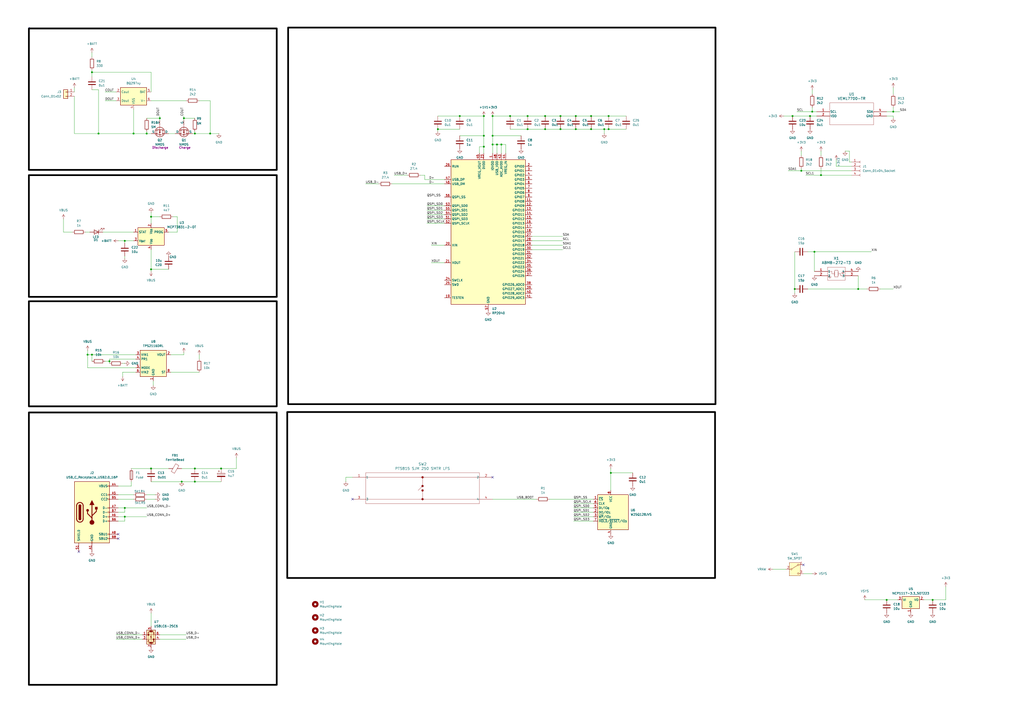
<source format=kicad_sch>
(kicad_sch (version 20250114) (generator "eeschema") (generator_version "9.0")
  (paper "A2")
  (rectangle (start 16.764 239.268) (end 160.528 397.256) (stroke (width 1) (color 0 0 0 1)))
  (rectangle (start 16.764 174.752) (end 160.528 235.712) (stroke (width 1) (color 0 0 0 1)))
  (rectangle (start 16.764 101.6) (end 160.528 172.212) (stroke (width 1) (color 0 0 0 1)))
  (rectangle (start 166.624 239.014) (end 414.782 335.28) (stroke (width 1) (color 0 0 0 1)))
  (rectangle (start 167.132 16.002) (end 415.036 234.442) (stroke (width 1) (color 0 0 0 1)))
  (rectangle (start 16.764 16.51) (end 160.528 98.552) (stroke (width 1) (color 0 0 0 1)))
  (rectangle (start 16.764 15.748) (end 17.272 15.748))
  (junction (at 306.07 67.31))
  (junction (at 121.92 77.47))
  (junction (at 334.01 67.31))
  (junction (at 290.83 83.82))
  (junction (at 87.63 156.21))
  (junction (at 353.06 67.31))
  (junction (at 469.9 67.31))
  (junction (at 72.39 139.7))
  (junction (at 325.12 74.93))
  (junction (at 334.01 74.93))
  (junction (at 353.06 74.93))
  (junction (at 288.29 83.82))
  (junction (at 53.34 205.74))
  (junction (at 541.02 347.98))
  (junction (at 113.03 77.47))
  (junction (at 92.71 68.58))
  (junction (at 285.75 83.82))
  (junction (at 87.63 271.78))
  (junction (at 497.84 167.64))
  (junction (at 72.39 299.72))
  (junction (at 128.27 271.78))
  (junction (at 85.09 77.47))
  (junction (at 113.03 271.78))
  (junction (at 53.34 41.91))
  (junction (at 280.67 78.74))
  (junction (at 471.17 64.77))
  (junction (at 254 74.93))
  (junction (at 72.39 294.64))
  (junction (at 295.91 67.31))
  (junction (at 461.01 167.64))
  (junction (at 285.75 67.31))
  (junction (at 87.63 125.73))
  (junction (at 106.68 68.58))
  (junction (at 113.03 279.4))
  (junction (at 325.12 67.31))
  (junction (at 266.7 67.31))
  (junction (at 350.52 74.93))
  (junction (at 518.16 64.77))
  (junction (at 105.41 279.4))
  (junction (at 476.25 101.6))
  (junction (at 285.75 78.74))
  (junction (at 77.47 77.47))
  (junction (at 316.23 67.31))
  (junction (at 459.74 67.31))
  (junction (at 342.9 74.93))
  (junction (at 306.07 74.93))
  (junction (at 57.15 77.47))
  (junction (at 514.35 347.98))
  (junction (at 63.5 209.55))
  (junction (at 280.67 85.09))
  (junction (at 342.9 67.31))
  (junction (at 472.44 146.05))
  (junction (at 316.23 74.93))
  (junction (at 50.8 205.74))
  (junction (at 354.33 274.32))
  (junction (at 464.82 99.06))
  (junction (at 280.67 67.31))
  (no_connect (at 45.72 320.04))
  (no_connect (at 68.58 312.42))
  (no_connect (at 68.58 309.88))
  (no_connect (at 466.09 327.66))
  (no_connect (at 204.47 289.56))
  (no_connect (at 285.75 276.86))
  (wire (pts (xy 97.79 156.21) (xy 87.63 156.21)))
  (wire (pts (xy 280.67 88.9) (xy 280.67 85.09)))
  (wire (pts (xy 72.39 139.7) (xy 77.47 139.7)))
  (wire (pts (xy 497.84 167.64) (xy 502.92 167.64)))
  (wire (pts (xy 246.38 101.6) (xy 246.38 104.14)))
  (wire (pts (xy 53.34 41.91) (xy 87.63 41.91)))
  (wire (pts (xy 285.75 78.74) (xy 302.26 78.74)))
  (wire (pts (xy 87.63 157.48) (xy 87.63 156.21)))
  (wire (pts (xy 92.71 368.3) (xy 107.95 368.3)))
  (wire (pts (xy 285.75 83.82) (xy 288.29 83.82)))
  (wire (pts (xy 306.07 74.93) (xy 316.23 74.93)))
  (wire (pts (xy 461.01 167.64) (xy 461.01 170.18)))
  (wire (pts (xy 290.83 88.9) (xy 290.83 83.82)))
  (wire (pts (xy 50.8 203.2) (xy 50.8 205.74)))
  (wire (pts (xy 115.57 205.74) (xy 115.57 208.28)))
  (wire (pts (xy 50.8 213.36) (xy 78.74 213.36)))
  (wire (pts (xy 121.92 77.47) (xy 113.03 77.47)))
  (wire (pts (xy 266.7 67.31) (xy 254 67.31)))
  (wire (pts (xy 228.6 101.6) (xy 236.22 101.6)))
  (wire (pts (xy 476.25 87.63) (xy 476.25 90.17)))
  (wire (pts (xy 53.34 205.74) (xy 78.74 205.74)))
  (wire (pts (xy 106.68 204.47) (xy 106.68 205.74)))
  (wire (pts (xy 316.23 67.31) (xy 325.12 67.31)))
  (wire (pts (xy 462.28 64.77) (xy 471.17 64.77)))
  (wire (pts (xy 280.67 67.31) (xy 266.7 67.31)))
  (wire (pts (xy 548.64 340.36) (xy 548.64 347.98)))
  (wire (pts (xy 308.61 139.7) (xy 326.39 139.7)))
  (wire (pts (xy 497.84 160.02) (xy 497.84 167.64)))
  (wire (pts (xy 485.14 96.52) (xy 494.03 96.52)))
  (wire (pts (xy 350.52 74.93) (xy 353.06 74.93)))
  (wire (pts (xy 68.58 139.7) (xy 72.39 139.7)))
  (wire (pts (xy 247.65 127) (xy 257.81 127)))
  (wire (pts (xy 308.61 137.16) (xy 326.39 137.16)))
  (wire (pts (xy 332.74 297.18) (xy 344.17 297.18)))
  (wire (pts (xy 68.58 287.02) (xy 77.47 287.02)))
  (wire (pts (xy 72.39 297.18) (xy 72.39 294.64)))
  (wire (pts (xy 63.5 209.55) (xy 63.5 210.82)))
  (wire (pts (xy 278.13 88.9) (xy 278.13 85.09)))
  (wire (pts (xy 87.63 144.78) (xy 87.63 156.21)))
  (wire (pts (xy 87.63 355.6) (xy 87.63 363.22)))
  (wire (pts (xy 57.15 52.07) (xy 57.15 77.47)))
  (wire (pts (xy 295.91 74.93) (xy 306.07 74.93)))
  (wire (pts (xy 59.69 134.62) (xy 77.47 134.62)))
  (wire (pts (xy 78.74 208.28) (xy 63.5 208.28)))
  (wire (pts (xy 87.63 58.42) (xy 107.95 58.42)))
  (wire (pts (xy 68.58 299.72) (xy 72.39 299.72)))
  (wire (pts (xy 471.17 52.07) (xy 471.17 54.61)))
  (wire (pts (xy 60.96 209.55) (xy 63.5 209.55)))
  (wire (pts (xy 200.66 276.86) (xy 200.66 279.4)))
  (wire (pts (xy 353.06 74.93) (xy 363.22 74.93)))
  (wire (pts (xy 518.16 67.31) (xy 518.16 68.58)))
  (wire (pts (xy 92.71 68.58) (xy 85.09 68.58)))
  (wire (pts (xy 254 74.93) (xy 254 76.2)))
  (wire (pts (xy 102.87 134.62) (xy 102.87 125.73)))
  (wire (pts (xy 53.34 41.91) (xy 53.34 44.45)))
  (wire (pts (xy 68.58 289.56) (xy 77.47 289.56)))
  (wire (pts (xy 36.83 134.62) (xy 41.91 134.62)))
  (wire (pts (xy 87.63 125.73) (xy 92.71 125.73)))
  (wire (pts (xy 87.63 41.91) (xy 87.63 53.34)))
  (wire (pts (xy 128.27 271.78) (xy 137.16 271.78)))
  (wire (pts (xy 308.61 142.24) (xy 326.39 142.24)))
  (wire (pts (xy 204.47 276.86) (xy 200.66 276.86)))
  (wire (pts (xy 457.2 99.06) (xy 464.82 99.06)))
  (wire (pts (xy 514.35 347.98) (xy 520.7 347.98)))
  (wire (pts (xy 87.63 77.47) (xy 85.09 77.47)))
  (wire (pts (xy 88.9 220.98) (xy 88.9 223.52)))
  (wire (pts (xy 87.63 279.4) (xy 105.41 279.4)))
  (wire (pts (xy 67.31 370.84) (xy 82.55 370.84)))
  (wire (pts (xy 250.19 152.4) (xy 257.81 152.4)))
  (wire (pts (xy 50.8 213.36) (xy 50.8 205.74)))
  (wire (pts (xy 492.76 87.63) (xy 490.22 87.63)))
  (wire (pts (xy 354.33 271.78) (xy 354.33 274.32)))
  (wire (pts (xy 67.31 58.42) (xy 60.96 58.42)))
  (wire (pts (xy 49.53 134.62) (xy 52.07 134.62)))
  (wire (pts (xy 332.74 294.64) (xy 344.17 294.64)))
  (wire (pts (xy 97.79 77.47) (xy 101.6 77.47)))
  (wire (pts (xy 105.41 271.78) (xy 113.03 271.78)))
  (wire (pts (xy 492.76 93.98) (xy 494.03 93.98)))
  (wire (pts (xy 466.09 332.74) (xy 471.17 332.74)))
  (wire (pts (xy 454.66 67.31) (xy 459.74 67.31)))
  (wire (pts (xy 476.25 101.6) (xy 494.03 101.6)))
  (wire (pts (xy 113.03 271.78) (xy 128.27 271.78)))
  (wire (pts (xy 106.68 67.31) (xy 106.68 68.58)))
  (wire (pts (xy 85.09 76.2) (xy 85.09 77.47)))
  (wire (pts (xy 121.92 58.42) (xy 121.92 77.47)))
  (wire (pts (xy 43.18 77.47) (xy 57.15 77.47)))
  (wire (pts (xy 468.63 146.05) (xy 472.44 146.05)))
  (wire (pts (xy 36.83 127) (xy 36.83 134.62)))
  (wire (pts (xy 102.87 125.73) (xy 100.33 125.73)))
  (wire (pts (xy 501.65 347.98) (xy 514.35 347.98)))
  (wire (pts (xy 280.67 78.74) (xy 280.67 85.09)))
  (wire (pts (xy 518.16 62.23) (xy 518.16 64.77)))
  (wire (pts (xy 76.2 271.78) (xy 87.63 271.78)))
  (wire (pts (xy 247.65 119.38) (xy 257.81 119.38)))
  (wire (pts (xy 212.09 106.68) (xy 219.71 106.68)))
  (wire (pts (xy 92.71 67.31) (xy 92.71 68.58)))
  (wire (pts (xy 68.58 281.94) (xy 76.2 281.94)))
  (wire (pts (xy 57.15 52.07) (xy 53.34 52.07)))
  (wire (pts (xy 461.01 146.05) (xy 461.01 167.64)))
  (wire (pts (xy 246.38 104.14) (xy 257.81 104.14)))
  (wire (pts (xy 113.03 279.4) (xy 128.27 279.4)))
  (wire (pts (xy 113.03 76.2) (xy 113.03 77.47)))
  (wire (pts (xy 72.39 299.72) (xy 85.09 299.72)))
  (wire (pts (xy 115.57 58.42) (xy 121.92 58.42)))
  (wire (pts (xy 250.19 142.24) (xy 257.81 142.24)))
  (wire (pts (xy 87.63 123.19) (xy 87.63 125.73)))
  (wire (pts (xy 471.17 64.77) (xy 473.71 64.77)))
  (wire (pts (xy 76.2 281.94) (xy 76.2 279.4)))
  (wire (pts (xy 316.23 74.93) (xy 325.12 74.93)))
  (wire (pts (xy 254 74.93) (xy 266.7 74.93)))
  (wire (pts (xy 68.58 302.26) (xy 72.39 302.26)))
  (wire (pts (xy 43.18 77.47) (xy 43.18 55.88)))
  (wire (pts (xy 535.94 347.98) (xy 541.02 347.98)))
  (wire (pts (xy 63.5 208.28) (xy 63.5 209.55)))
  (wire (pts (xy 469.9 67.31) (xy 473.71 67.31)))
  (wire (pts (xy 85.09 287.02) (xy 90.17 287.02)))
  (wire (pts (xy 72.39 294.64) (xy 85.09 294.64)))
  (wire (pts (xy 468.63 167.64) (xy 497.84 167.64)))
  (wire (pts (xy 137.16 265.43) (xy 137.16 271.78)))
  (wire (pts (xy 106.68 68.58) (xy 106.68 69.85)))
  (wire (pts (xy 464.82 97.79) (xy 464.82 99.06)))
  (wire (pts (xy 354.33 274.32) (xy 354.33 284.48)))
  (wire (pts (xy 285.75 88.9) (xy 285.75 83.82)))
  (wire (pts (xy 99.06 215.9) (xy 115.57 215.9)))
  (wire (pts (xy 280.67 78.74) (xy 280.67 67.31)))
  (wire (pts (xy 121.92 77.47) (xy 127 77.47)))
  (wire (pts (xy 53.34 40.64) (xy 53.34 41.91)))
  (wire (pts (xy 332.74 299.72) (xy 344.17 299.72)))
  (wire (pts (xy 85.09 289.56) (xy 90.17 289.56)))
  (wire (pts (xy 278.13 85.09) (xy 280.67 85.09)))
  (wire (pts (xy 448.31 330.2) (xy 455.93 330.2)))
  (wire (pts (xy 288.29 88.9) (xy 288.29 83.82)))
  (wire (pts (xy 53.34 30.48) (xy 53.34 33.02)))
  (wire (pts (xy 71.12 215.9) (xy 78.74 215.9)))
  (wire (pts (xy 467.36 101.6) (xy 476.25 101.6)))
  (wire (pts (xy 332.74 292.1) (xy 344.17 292.1)))
  (wire (pts (xy 71.12 210.82) (xy 72.39 210.82)))
  (wire (pts (xy 72.39 302.26) (xy 72.39 299.72)))
  (wire (pts (xy 285.75 289.56) (xy 311.15 289.56)))
  (wire (pts (xy 50.8 205.74) (xy 53.34 205.74)))
  (wire (pts (xy 68.58 297.18) (xy 72.39 297.18)))
  (wire (pts (xy 334.01 67.31) (xy 342.9 67.31)))
  (wire (pts (xy 459.74 67.31) (xy 469.9 67.31)))
  (wire (pts (xy 518.16 50.8) (xy 518.16 54.61)))
  (wire (pts (xy 464.82 99.06) (xy 494.03 99.06)))
  (wire (pts (xy 57.15 77.47) (xy 77.47 77.47)))
  (wire (pts (xy 227.33 106.68) (xy 257.81 106.68)))
  (wire (pts (xy 87.63 271.78) (xy 97.79 271.78)))
  (wire (pts (xy 285.75 83.82) (xy 285.75 78.74)))
  (wire (pts (xy 325.12 67.31) (xy 334.01 67.31)))
  (wire (pts (xy 67.31 368.3) (xy 82.55 368.3)))
  (wire (pts (xy 72.39 139.7) (xy 72.39 140.97)))
  (wire (pts (xy 68.58 294.64) (xy 72.39 294.64)))
  (wire (pts (xy 334.01 74.93) (xy 342.9 74.93)))
  (wire (pts (xy 113.03 68.58) (xy 106.68 68.58)))
  (wire (pts (xy 510.54 167.64) (xy 518.16 167.64)))
  (wire (pts (xy 342.9 67.31) (xy 353.06 67.31)))
  (wire (pts (xy 243.84 101.6) (xy 246.38 101.6)))
  (wire (pts (xy 325.12 74.93) (xy 334.01 74.93)))
  (wire (pts (xy 285.75 67.31) (xy 295.91 67.31)))
  (wire (pts (xy 492.76 87.63) (xy 492.76 93.98)))
  (wire (pts (xy 113.03 77.47) (xy 111.76 77.47)))
  (wire (pts (xy 43.18 50.8) (xy 43.18 53.34)))
  (wire (pts (xy 288.29 83.82) (xy 290.83 83.82)))
  (wire (pts (xy 285.75 78.74) (xy 285.75 67.31)))
  (wire (pts (xy 308.61 144.78) (xy 326.39 144.78)))
  (wire (pts (xy 293.37 88.9) (xy 293.37 83.82)))
  (wire (pts (xy 514.35 67.31) (xy 518.16 67.31)))
  (wire (pts (xy 471.17 62.23) (xy 471.17 64.77)))
  (wire (pts (xy 476.25 97.79) (xy 476.25 101.6)))
  (wire (pts (xy 247.65 124.46) (xy 257.81 124.46)))
  (wire (pts (xy 318.77 289.56) (xy 344.17 289.56)))
  (wire (pts (xy 306.07 67.31) (xy 316.23 67.31)))
  (wire (pts (xy 71.12 218.44) (xy 71.12 215.9)))
  (wire (pts (xy 472.44 146.05) (xy 472.44 157.48)))
  (wire (pts (xy 77.47 63.5) (xy 77.47 77.47)))
  (wire (pts (xy 53.34 205.74) (xy 53.34 209.55)))
  (wire (pts (xy 354.33 274.32) (xy 367.03 274.32)))
  (wire (pts (xy 332.74 302.26) (xy 344.17 302.26)))
  (wire (pts (xy 60.96 53.34) (xy 67.31 53.34)))
  (wire (pts (xy 295.91 67.31) (xy 306.07 67.31)))
  (wire (pts (xy 464.82 87.63) (xy 464.82 90.17)))
  (wire (pts (xy 342.9 74.93) (xy 350.52 74.93)))
  (wire (pts (xy 99.06 205.74) (xy 106.68 205.74)))
  (wire (pts (xy 290.83 83.82) (xy 293.37 83.82)))
  (wire (pts (xy 247.65 129.54) (xy 257.81 129.54)))
  (wire (pts (xy 97.79 134.62) (xy 102.87 134.62)))
  (wire (pts (xy 518.16 64.77) (xy 521.97 64.77)))
  (wire (pts (xy 247.65 121.92) (xy 257.81 121.92)))
  (wire (pts (xy 485.14 92.71) (xy 485.14 96.52)))
  (wire (pts (xy 92.71 370.84) (xy 107.95 370.84)))
  (wire (pts (xy 77.47 77.47) (xy 85.09 77.47)))
  (wire (pts (xy 353.06 67.31) (xy 363.22 67.31)))
  (wire (pts (xy 92.71 68.58) (xy 92.71 69.85)))
  (wire (pts (xy 350.52 74.93) (xy 350.52 77.47)))
  (wire (pts (xy 541.02 347.98) (xy 548.64 347.98)))
  (wire (pts (xy 472.44 146.05) (xy 505.46 146.05)))
  (wire (pts (xy 514.35 64.77) (xy 518.16 64.77)))
  (wire (pts (xy 87.63 125.73) (xy 87.63 129.54)))
  (wire (pts (xy 266.7 78.74) (xy 280.67 78.74)))
  (wire (pts (xy 105.41 279.4) (xy 113.03 279.4)))
  (wire (pts (xy 72.39 148.59) (xy 72.39 149.86)))
  (label "XOUT" (at 518.16 167.64 0))
  (label "DOUT" (at 92.71 67.31 90))
  (label "D-" (at 248.92 106.68 0))
  (label "USB_CONN_D-" (at 85.09 294.64 0))
  (label "QSPI_SD2" (at 332.74 299.72 0))
  (label "COUT" (at 106.68 67.31 90))
  (label "QSPI_SS" (at 332.74 289.56 0))
  (label "QSPI_SCLK" (at 247.65 129.54 0))
  (label "XIN" (at 250.19 142.24 0))
  (label "SCL" (at 326.39 139.7 0))
  (label "SCL" (at 462.28 64.77 0))
  (label "XIN" (at 505.46 146.05 0))
  (label "USB_D-" (at 107.95 368.3 0))
  (label "USB_CONN_D+" (at 67.31 370.84 0))
  (label "DOUT" (at 60.96 58.42 0))
  (label "QSPI_SD1" (at 247.65 121.92 0))
  (label "COUT" (at 60.96 53.34 0))
  (label "SDA1" (at 457.2 99.06 0))
  (label "QSPI_SS" (at 247.65 114.3 0))
  (label "SDA" (at 521.97 64.77 0))
  (label "SDA" (at 326.39 137.16 0))
  (label "QSPI_SD2" (at 247.65 124.46 0))
  (label "SDA1" (at 326.39 142.24 0))
  (label "D+" (at 248.92 104.14 0))
  (label "USB_D+" (at 107.95 370.84 0))
  (label "USB_CONN_D-" (at 67.31 368.3 0))
  (label "USB_BOOT" (at 299.72 289.56 0))
  (label "QSPI_SD0" (at 332.74 294.64 0))
  (label "XOUT" (at 250.19 152.4 0))
  (label "QSPI_SD3" (at 247.65 127 0))
  (label "USB_D-" (at 212.09 106.68 0))
  (label "QSPI_SD0" (at 247.65 119.38 0))
  (label "SCL1" (at 467.36 101.6 0))
  (label "QSPI_SCLK" (at 332.74 292.1 0))
  (label "QSPI_SD1" (at 332.74 297.18 0))
  (label "SCL1" (at 326.39 144.78 0))
  (label "USB_CONN_D+" (at 85.09 299.72 0))
  (label "USB_D+" (at 228.6 101.6 0))
  (label "QSPI_SD3" (at 332.74 302.26 0))
  (symbol (lib_id "power:VBUS") (at 448.31 330.2 90) (unit 1)
    (property "Reference" "#PWR047" (effects (hide yes)))
    (property "Value" "VRAW" (at 444.5 330.1999 90) (effects (justify left)))
    (property "Description" "Power symbol creates a global label with name \"VBUS\"" (effects (hide yes)))
  )
  (symbol (lib_id "Connector:USB_C_Receptacle_USB2.0_16P") (at 53.34 297.18 0) (unit 1)
    (property "Reference" "J2" (at 53.34 274.32 0))
    (property "Value" "USB_C_Receptacle_USB2.0_16P" (at 53.34 276.86 0))
    (property "Footprint" "Connector_USB:USB_C_Receptacle_GCT_USB4085" (effects (hide yes)))
    (property "Datasheet" "https://www.usb.org/sites/default/files/documents/usb_type-c.zip" (effects (hide yes)))
    (property "Description" "USB 2.0-only 16P Type-C Receptacle connector" (effects (hide yes)))
    (property "Part Number" "2073-USB4085-GF-ATR-ND" (effects (hide yes)))
  )
  (symbol (lib_id "Device:R") (at 85.09 72.39 0) (mirror y) (unit 1)
    (property "Reference" "R10" (at 87.63 71.1199 0) (effects (justify right)))
    (property "Value" "5M" (at 87.63 73.6599 0) (effects (justify right)))
    (property "Footprint" "Resistor_SMD:R_0402_1005Metric" (effects (hide yes)))
    (property "Description" "Resistor" (effects (hide yes)))
  )
  (symbol (lib_id "Device:C_Polarized") (at 128.27 275.59 0) (unit 1)
    (property "Reference" "C15" (at 132.08 273.4309 0) (effects (justify left)))
    (property "Value" "4u7" (at 132.08 275.9709 0) (effects (justify left)))
    (property "Footprint" "Capacitor_SMD:CP_Elec_4x5.7" (effects (hide yes)))
    (property "Description" "Polarized capacitor" (effects (hide yes)))
  )
  (symbol (lib_id "Device:R") (at 240.03 101.6 90) (unit 1)
    (property "Reference" "R2" (at 240.03 95.25 90))
    (property "Value" "27.4" (at 240.03 97.79 90))
    (property "Footprint" "Resistor_SMD:R_0402_1005Metric" (effects (hide yes)))
    (property "Description" "Resistor" (effects (hide yes)))
  )
  (symbol (lib_id "power:VBUS") (at 87.63 157.48 180) (unit 1)
    (property "Reference" "#PWR027" (effects (hide yes)))
    (property "Value" "VBUS" (at 87.63 162.56 0))
    (property "Description" "Power symbol creates a global label with name \"VBUS\"" (effects (hide yes)))
  )
  (symbol (lib_id "Device:C") (at 469.9 71.12 0) (unit 1)
    (property "Reference" "C24" (at 473.71 69.8499 0) (effects (justify left)))
    (property "Value" "0u1" (at 473.71 72.3899 0) (effects (justify left)))
    (property "Footprint" "Capacitor_SMD:C_0402_1005Metric" (effects (hide yes)))
    (property "Description" "Unpolarized capacitor" (effects (hide yes)))
  )
  (symbol (lib_id "Device:R") (at 506.73 167.64 90) (unit 1)
    (property "Reference" "R6" (at 506.73 161.29 90))
    (property "Value" "1k" (at 506.73 163.83 90))
    (property "Footprint" "Resistor_SMD:R_0402_1005Metric" (effects (hide yes)))
    (property "Description" "Resistor" (effects (hide yes)))
  )
  (symbol (lib_id "Device:R") (at 113.03 72.39 0) (unit 1)
    (property "Reference" "R9" (at 114.046 68.834 0) (effects (justify left)))
    (property "Value" "5M" (at 114.046 71.628 0) (effects (justify left)))
    (property "Footprint" "Resistor_SMD:R_0402_1005Metric" (effects (hide yes)))
    (property "Description" "Resistor" (effects (hide yes)))
  )
  (symbol (lib_id "Device:C") (at 464.82 146.05 90) (unit 1)
    (property "Reference" "C16" (at 464.82 138.43 90))
    (property "Value" "15p" (at 464.82 140.97 90))
    (property "Footprint" "Capacitor_SMD:C_0402_1005Metric" (effects (hide yes)))
    (property "Description" "Unpolarized capacitor" (effects (hide yes)))
  )
  (symbol (lib_id "Device:C") (at 306.07 71.12 0) (unit 1)
    (property "Reference" "C2" (at 309.88 69.8499 0) (effects (justify left)))
    (property "Value" "0u1" (at 309.88 72.3899 0) (effects (justify left)))
    (property "Footprint" "Capacitor_SMD:C_0402_1005Metric" (effects (hide yes)))
    (property "Description" "Unpolarized capacitor" (effects (hide yes)))
  )
  (symbol (lib_id "Power_Protection:USBLC6-2SC6") (at 87.63 368.3 0) (unit 1)
    (property "Reference" "U7" (at 89.2811 360.68 0) (effects (justify left)))
    (property "Value" "USBLC6-2SC6" (at 89.2811 363.22 0) (effects (justify left)))
    (property "Footprint" "Package_TO_SOT_SMD:SOT-23-6" (effects (hide yes)))
    (property "Datasheet" "https://www.st.com/resource/en/datasheet/usblc6-2.pdf" (effects (hide yes)))
    (property "Description" "Very low capacitance ESD protection diode, 2 data-line, SOT-23-6" (effects (hide yes)))
    (property "Part" "https://www.digikey.com/en/products/detail/stmicroelectronics/USBLC6-2SC6/1040559" (effects (hide yes)))
  )
  (symbol (lib_id "power:GND") (at 53.34 320.04 0) (unit 1)
    (property "Reference" "#PWR016" (effects (hide yes)))
    (property "Value" "GND" (at 53.34 325.12 0))
    (property "Description" "Power symbol creates a global label with name \"GND\" , ground" (effects (hide yes)))
  )
  (symbol (lib_id "Device:R") (at 223.52 106.68 90) (unit 1)
    (property "Reference" "R3" (at 223.52 100.33 90))
    (property "Value" "27.4" (at 223.52 102.87 90))
    (property "Footprint" "Resistor_SMD:R_0402_1005Metric" (effects (hide yes)))
    (property "Description" "Resistor" (effects (hide yes)))
  )
  (symbol (lib_id "power:GND") (at 472.44 160.02 0) (unit 1)
    (property "Reference" "#PWR017" (effects (hide yes)))
    (property "Value" "GND" (at 472.44 165.1 0))
    (property "Description" "Power symbol creates a global label with name \"GND\" , ground" (effects (hide yes)))
  )
  (symbol (lib_id "Device:R") (at 96.52 125.73 90) (unit 1)
    (property "Reference" "R11" (at 96.52 119.38 90))
    (property "Value" "4k7" (at 96.52 121.92 90))
    (property "Footprint" "Resistor_SMD:R_0603_1608Metric" (effects (hide yes)))
    (property "Description" "Resistor" (effects (hide yes)))
  )
  (symbol (lib_id "Device:R") (at 464.82 93.98 0) (unit 1)
    (property "Reference" "R18" (at 467.36 92.7099 0) (effects (justify left)))
    (property "Value" "2k2" (at 467.36 95.2499 0) (effects (justify left)))
    (property "Footprint" "Resistor_SMD:R_0402_1005Metric" (effects (hide yes)))
    (property "Description" "Resistor" (effects (hide yes)))
  )
  (symbol (lib_id "power:VBUS") (at 501.65 347.98 0) (unit 1)
    (property "Reference" "#PWR026" (effects (hide yes)))
    (property "Value" "VSYS" (at 501.65 342.9 0))
    (property "Description" "Power symbol creates a global label with name \"VBUS\"" (effects (hide yes)))
  )
  (symbol (lib_id "Device:C") (at 295.91 71.12 0) (unit 1)
    (property "Reference" "C1" (at 299.72 69.8499 0) (effects (justify left)))
    (property "Value" "0u1" (at 299.72 72.3899 0) (effects (justify left)))
    (property "Footprint" "Capacitor_SMD:C_0402_1005Metric" (effects (hide yes)))
    (property "Description" "Unpolarized capacitor" (effects (hide yes)))
  )
  (symbol (lib_id "power:GND") (at 88.9 223.52 0) (unit 1)
    (property "Reference" "#PWR051" (effects (hide yes)))
    (property "Value" "GND" (at 88.9 228.6 0))
    (property "Description" "Power symbol creates a global label with name \"GND\" , ground" (effects (hide yes)))
  )
  (symbol (lib_id "power:+3V3") (at 354.33 271.78 0) (unit 1)
    (property "Reference" "#PWR08" (effects (hide yes)))
    (property "Value" "+3V3" (at 354.33 266.7 0))
    (property "Description" "Power symbol creates a global label with name \"+3V3\"" (effects (hide yes)))
  )
  (symbol (lib_id "power:VBUS") (at 137.16 265.43 0) (unit 1)
    (property "Reference" "#PWR024" (effects (hide yes)))
    (property "Value" "VBUS" (at 137.16 260.35 0))
    (property "Description" "Power symbol creates a global label with name \"VBUS\"" (effects (hide yes)))
  )
  (symbol (lib_id "Device:C") (at 87.63 275.59 0) (unit 1)
    (property "Reference" "C13" (at 91.44 274.3199 0) (effects (justify left)))
    (property "Value" "0u01" (at 91.44 276.8599 0) (effects (justify left)))
    (property "Footprint" "Capacitor_SMD:C_0402_1005Metric" (effects (hide yes)))
    (property "Description" "Unpolarized capacitor" (effects (hide yes)))
  )
  (symbol (lib_id "Device:R") (at 81.28 287.02 90) (unit 1)
    (property "Reference" "R4" (at 82.804 284.988 90))
    (property "Value" "5k1" (at 79.756 284.988 90))
    (property "Footprint" "Resistor_SMD:R_0402_1005Metric" (effects (hide yes)))
    (property "Description" "Resistor" (effects (hide yes)))
  )
  (symbol (lib_id "Device:C") (at 72.39 144.78 0) (unit 1)
    (property "Reference" "C22" (at 76.2 143.5099 0) (effects (justify left)))
    (property "Value" "10u" (at 76.2 146.0499 0) (effects (justify left)))
    (property "Footprint" "Capacitor_SMD:C_0603_1608Metric" (effects (hide yes)))
    (property "Description" "Unpolarized capacitor" (effects (hide yes)))
  )
  (symbol (lib_id "power:VBUS") (at 471.17 332.74 270) (unit 1)
    (property "Reference" "#PWR048" (effects (hide yes)))
    (property "Value" "VSYS" (at 474.98 332.7399 90) (effects (justify left)))
    (property "Description" "Power symbol creates a global label with name \"VBUS\"" (effects (hide yes)))
  )
  (symbol (lib_id "power:+3V3") (at 518.16 50.8 0) (unit 1)
    (property "Reference" "#PWR038" (effects (hide yes)))
    (property "Value" "+3V3" (at 518.16 45.72 0))
    (property "Description" "Power symbol creates a global label with name \"+3V3\"" (effects (hide yes)))
  )
  (symbol (lib_id "power:+1V1") (at 280.67 67.31 0) (unit 1)
    (property "Reference" "#PWR06" (effects (hide yes)))
    (property "Value" "+1V1" (at 280.67 62.23 0))
    (property "Description" "Power symbol creates a global label with name \"+1V1\"" (effects (hide yes)))
  )
  (symbol (lib_id "VEML7700:VEML7700-TR") (at 473.71 64.77 0) (unit 1)
    (property "Reference" "U1" (at 494.03 54.61 0) (effects (font (size 1.524 1.524))))
    (property "Value" "VEML7700-TR" (at 494.03 57.15 0) (effects (font (size 1.524 1.524))))
    (property "Footprint" "VEML770:VEML7700-TR" (effects (hide yes)))
    (property "Datasheet" "VEML7700-TR" (effects (hide yes)))
    (property "Description" "https://www.digikey.com/en/products/detail/vishay-semiconductor-opto-division/VEML7700-TR/5820243" (effects (hide yes)))
  )
  (symbol (lib_id "Mechanical:MountingHole") (at 182.88 350.52 0) (unit 1) (exclude_from_sim yes) (in_bom no)
    (property "Reference" "H1" (at 185.42 349.2499 0) (effects (justify left)))
    (property "Value" "MountingHole" (at 185.42 351.7899 0) (effects (justify left)))
    (property "Footprint" "MountingHole:MountingHole_2.2mm_M2" (effects (hide yes)))
    (property "Description" "Mounting Hole without connection" (effects (hide yes)))
  )
  (symbol (lib_id "power:GND") (at 302.26 86.36 0) (unit 1)
    (property "Reference" "#PWR02" (effects (hide yes)))
    (property "Value" "GND" (at 302.26 91.44 0))
    (property "Description" "Power symbol creates a global label with name \"GND\" , ground" (effects (hide yes)))
  )
  (symbol (lib_id "Device:C") (at 254 71.12 0) (unit 1)
    (property "Reference" "C10" (at 257.81 69.8499 0) (effects (justify left)))
    (property "Value" "0u1" (at 257.81 72.3899 0) (effects (justify left)))
    (property "Footprint" "Capacitor_SMD:C_0402_1005Metric" (effects (hide yes)))
    (property "Description" "Unpolarized capacitor" (effects (hide yes)))
    (property "Field5" "1276-1000-1-ND" (effects (hide yes)))
  )
  (symbol (lib_id "Device:C") (at 353.06 71.12 0) (unit 1)
    (property "Reference" "C7" (at 356.87 69.8499 0) (effects (justify left)))
    (property "Value" "0u1" (at 356.87 72.3899 0) (effects (justify left)))
    (property "Footprint" "Capacitor_SMD:C_0402_1005Metric" (effects (hide yes)))
    (property "Description" "Unpolarized capacitor" (effects (hide yes)))
  )
  (symbol (lib_id "Device:C") (at 302.26 82.55 0) (unit 1)
    (property "Reference" "C8" (at 306.07 81.2799 0) (effects (justify left)))
    (property "Value" "1u" (at 306.07 83.8199 0) (effects (justify left)))
    (property "Footprint" "Capacitor_SMD:C_0402_1005Metric" (effects (hide yes)))
    (property "Description" "Unpolarized capacitor" (effects (hide yes)))
  )
  (symbol (lib_id "power:GND") (at 87.63 375.92 0) (unit 1)
    (property "Reference" "#PWR015" (effects (hide yes)))
    (property "Value" "GND" (at 87.63 381 0))
    (property "Description" "Power symbol creates a global label with name \"GND\" , ground" (effects (hide yes)))
  )
  (symbol (lib_id "Device:LED") (at 55.88 134.62 180) (unit 1)
    (property "Reference" "D1" (at 55.626 139.192 0))
    (property "Value" "LED" (at 55.626 137.414 0))
    (property "Footprint" "LED_SMD:LED_0603_1608Metric" (effects (hide yes)))
    (property "Description" "Light emitting diode" (effects (hide yes)))
    (property "Sim.Pins" "1=K 2=A" (effects (hide yes)))
  )
  (symbol (lib_id "Device:C") (at 97.79 152.4 180) (unit 1)
    (property "Reference" "C20" (at 93.98 153.6701 0) (effects (justify left)))
    (property "Value" "10u" (at 93.98 151.1301 0) (effects (justify left)))
    (property "Footprint" "Capacitor_SMD:C_0603_1608Metric" (effects (hide yes)))
    (property "Description" "Unpolarized capacitor" (effects (hide yes)))
  )
  (symbol (lib_id "Device:C") (at 363.22 71.12 0) (unit 1)
    (property "Reference" "C25" (at 367.03 69.8499 0) (effects (justify left)))
    (property "Value" "0u1" (at 367.03 72.3899 0) (effects (justify left)))
    (property "Footprint" "Capacitor_SMD:C_0402_1005Metric" (effects (hide yes)))
    (property "Description" "Unpolarized capacitor" (effects (hide yes)))
  )
  (symbol (lib_id "Device:C") (at 334.01 71.12 0) (unit 1)
    (property "Reference" "C5" (at 337.82 69.8499 0) (effects (justify left)))
    (property "Value" "0u1" (at 337.82 72.3899 0) (effects (justify left)))
    (property "Footprint" "Capacitor_SMD:C_0402_1005Metric" (effects (hide yes)))
    (property "Description" "Unpolarized capacitor" (effects (hide yes)))
  )
  (symbol (lib_id "Switch:SW_SPDT") (at 461.01 330.2 0) (unit 1)
    (property "Reference" "SW1" (at 461.01 321.31 0))
    (property "Value" "SW_SPDT" (at 461.01 323.85 0))
    (property "Footprint" "L102021ML04Q:SW_L102021ML04Q" (effects (hide yes)))
    (property "Description" "Switch, single pole double throw" (effects (hide yes)))
    (property "digikey" "CKC5102-ND" (effects (hide yes)))
  )
  (symbol (lib_id "Device:Fuse") (at 76.2 275.59 0) (unit 1)
    (property "Reference" "F1" (at 78.74 274.3199 0) (effects (justify left)))
    (property "Value" "Fuse" (at 78.74 276.8599 0) (effects (justify left)))
    (property "Footprint" "Fuse:Fuse_1812_4532Metric" (effects (hide yes)))
    (property "Description" "Fuse" (effects (hide yes)))
  )
  (symbol (lib_id "power:+BATT") (at 43.18 50.8 0) (mirror y) (unit 1)
    (property "Reference" "#PWR030" (effects (hide yes)))
    (property "Value" "+BATT" (at 43.18 45.72 0))
    (property "Description" "Power symbol creates a global label with name \"+BATT\"" (effects (hide yes)))
  )
  (symbol (lib_id "Mechanical:MountingHole") (at 182.88 372.11 0) (unit 1) (exclude_from_sim yes) (in_bom no)
    (property "Reference" "H4" (at 185.42 370.8399 0) (effects (justify left)))
    (property "Value" "MountingHole" (at 185.42 373.3799 0) (effects (justify left)))
    (property "Footprint" "MountingHole:MountingHole_2.2mm_M2" (effects (hide yes)))
    (property "Description" "Mounting Hole without connection" (effects (hide yes)))
  )
  (symbol (lib_id "Device:C") (at 53.34 48.26 0) (unit 1)
    (property "Reference" "C21" (at 57.15 46.9899 0) (effects (justify left)))
    (property "Value" "0u1" (at 57.15 49.5299 0) (effects (justify left)))
    (property "Footprint" "Capacitor_SMD:C_0402_1005Metric" (effects (hide yes)))
    (property "Description" "Unpolarized capacitor" (effects (hide yes)))
  )
  (symbol (lib_id "power:GND") (at 266.7 86.36 0) (unit 1)
    (property "Reference" "#PWR04" (effects (hide yes)))
    (property "Value" "GND" (at 266.7 91.44 0))
    (property "Description" "Power symbol creates a global label with name \"GND\" , ground" (effects (hide yes)))
  )
  (symbol (lib_id "power:GND") (at 469.9 74.93 0) (unit 1)
    (property "Reference" "#PWR040" (effects (hide yes)))
    (property "Value" "GND" (at 469.9 80.01 0))
    (property "Description" "Power symbol creates a global label with name \"GND\" , ground" (effects (hide yes)))
  )
  (symbol (lib_id "power:VBUS") (at 115.57 205.74 0) (unit 1)
    (property "Reference" "#PWR045" (effects (hide yes)))
    (property "Value" "VBUS" (at 115.57 200.66 0))
    (property "Description" "Power symbol creates a global label with name \"VBUS\"" (effects (hide yes)))
  )
  (symbol (lib_id "Mechanical:MountingHole") (at 182.88 365.76 0) (unit 1) (exclude_from_sim yes) (in_bom no)
    (property "Reference" "H3" (at 185.42 364.4899 0) (effects (justify left)))
    (property "Value" "MountingHole" (at 185.42 367.0299 0) (effects (justify left)))
    (property "Footprint" "MountingHole:MountingHole_2.2mm_M2" (effects (hide yes)))
    (property "Description" "Mounting Hole without connection" (effects (hide yes)))
  )
  (symbol (lib_id "power:GND") (at 461.01 170.18 0) (unit 1)
    (property "Reference" "#PWR019" (effects (hide yes)))
    (property "Value" "GND" (at 461.01 175.26 0))
    (property "Description" "Power symbol creates a global label with name \"GND\" , ground" (effects (hide yes)))
  )
  (symbol (lib_id "Mechanical:MountingHole") (at 182.88 358.14 0) (unit 1) (exclude_from_sim yes) (in_bom no)
    (property "Reference" "H2" (at 185.42 356.8699 0) (effects (justify left)))
    (property "Value" "MountingHole" (at 185.42 359.4099 0) (effects (justify left)))
    (property "Footprint" "MountingHole:MountingHole_2.2mm_M2" (effects (hide yes)))
    (property "Description" "Mounting Hole without connection" (effects (hide yes)))
  )
  (symbol (lib_id "power:+3V3") (at 471.17 52.07 0) (unit 1)
    (property "Reference" "#PWR037" (effects (hide yes)))
    (property "Value" "+3V3" (at 471.17 46.99 0))
    (property "Description" "Power symbol creates a global label with name \"+3V3\"" (effects (hide yes)))
  )
  (symbol (lib_id "Device:R") (at 67.31 210.82 90) (unit 1)
    (property "Reference" "R16" (at 67.31 204.47 90))
    (property "Value" "10k" (at 67.31 207.01 90))
    (property "Footprint" "Resistor_SMD:R_0603_1608Metric" (effects (hide yes)))
    (property "Description" "Resistor" (effects (hide yes)))
  )
  (symbol (lib_id "push_button:PTS815_SJM_250_SMTR_LFS") (at 204.47 276.86 0) (unit 1)
    (property "Reference" "SW2" (at 245.11 269.24 0) (effects (font (size 1.524 1.524))))
    (property "Value" "PTS815 SJM 250 SMTR LFS" (at 245.11 271.78 0) (effects (font (size 1.524 1.524))))
    (property "Footprint" "push_button:SW4_PTS815 SJM 250 SMTR LFS_CNK" (effects (hide yes)))
    (property "Datasheet" "PTS815 SJM 250 SMTR LFS" (effects (hide yes)))
  )
  (symbol (lib_id "Connector:Conn_01x04_Socket") (at 499.11 96.52 0) (unit 1)
    (property "Reference" "J1" (at 500.38 96.5199 0) (effects (justify left)))
    (property "Value" "Conn_01x04_Socket" (at 500.38 99.0599 0) (effects (justify left)))
    (property "Footprint" "Connector_JST:JST_SH_SM04B-SRSS-TB_1x04-1MP_P1.00mm_Horizontal" (effects (hide yes)))
    (property "Description" "Generic connector, single row, 01x04, script generated" (effects (hide yes)))
  )
  (symbol (lib_id "Power_Management:TPS2116DRL") (at 88.9 210.82 0) (unit 1)
    (property "Reference" "U8" (at 88.9 198.12 0))
    (property "Value" "TPS2116DRL" (at 88.9 200.66 0))
    (property "Footprint" "Package_TO_SOT_SMD:SOT-583-8" (effects (hide yes)))
    (property "Datasheet" "https://www.ti.com/lit/ds/symlink/tps2116.pdf" (effects (hide yes)))
    (property "Description" "2 Channnels Power Mux with Manual and Priority Switchover, 1.6-5.5V Input Voltage, 2.5A Output Current, Ron 40 mOhm, SOT-583-8" (effects (hide yes)))
  )
  (symbol (lib_id "power:VBUS") (at 87.63 355.6 0) (unit 1)
    (property "Reference" "#PWR025" (effects (hide yes)))
    (property "Value" "VBUS" (at 87.63 350.52 0))
    (property "Description" "Power symbol creates a global label with name \"VBUS\"" (effects (hide yes)))
  )
  (symbol (lib_id "Memory_Flash:W25Q128JVS") (at 354.33 297.18 0) (unit 1)
    (property "Reference" "U6" (at 365.76 295.9099 0) (effects (justify left)))
    (property "Value" "W25Q128JVS" (at 365.76 298.4499 0) (effects (justify left)))
    (property "Footprint" "Package_SO:SOIC-8_5.3x5.3mm_P1.27mm" (effects (hide yes)))
    (property "Datasheet" "https://www.winbond.com/resource-files/w25q128jv_dtr%20revc%2003272018%20plus.pdf" (effects (hide yes)))
    (property "Description" "128Mbit / 16MiB Serial Flash Memory, Standard/Dual/Quad SPI, 2.7-3.6V, SOIC-8" (effects (hide yes)))
  )
  (symbol (lib_id "power:VBUS") (at 106.68 204.47 0) (unit 1)
    (property "Reference" "#PWR044" (effects (hide yes)))
    (property "Value" "VRAW" (at 106.68 199.39 0))
    (property "Description" "Power symbol creates a global label with name \"VBUS\"" (effects (hide yes)))
  )
  (symbol (lib_id "Device:R") (at 518.16 58.42 0) (unit 1)
    (property "Reference" "R13" (at 520.7 57.1499 0) (effects (justify left)))
    (property "Value" "2k2" (at 520.7 59.6899 0) (effects (justify left)))
    (property "Footprint" "Resistor_SMD:R_0402_1005Metric" (effects (hide yes)))
    (property "Description" "Resistor" (effects (hide yes)))
  )
  (symbol (lib_id "Connector_Generic:Conn_01x02") (at 38.1 53.34 0) (mirror y) (unit 1)
    (property "Reference" "J3" (at 35.56 53.3399 0) (effects (justify left)))
    (property "Value" "Conn_01x02" (at 35.56 55.8799 0) (effects (justify left)))
    (property "Footprint" "JST-PH:CONN_S2B-PH-K-S_JST" (effects (hide yes)))
    (property "Description" "Generic connector, single row, 01x02, script generated (kicad-library-utils/schlib/autogen/connector/)" (effects (hide yes)))
    (property "part number" "455-1719-ND" (effects (hide yes)))
  )
  (symbol (lib_id "Device:R") (at 45.72 134.62 90) (unit 1)
    (property "Reference" "R7" (at 45.72 128.27 90))
    (property "Value" "1k" (at 45.72 130.81 90))
    (property "Footprint" "Resistor_SMD:R_0603_1608Metric" (effects (hide yes)))
    (property "Description" "Resistor" (effects (hide yes)))
  )
  (symbol (lib_id "Battery_Management:MCP73831-2-OT") (at 87.63 137.16 180) (unit 1)
    (property "Reference" "U3" (at 105.41 129.1746 0))
    (property "Value" "MCP73831-2-OT" (at 105.41 131.7146 0))
    (property "Footprint" "Package_TO_SOT_SMD:SOT-23-5" (effects (hide yes)))
    (property "Datasheet" "http://ww1.microchip.com/downloads/en/DeviceDoc/20001984g.pdf" (effects (hide yes)))
    (property "Description" "Single cell, Li-Ion/Li-Po charge management controller, 4.20V, Tri-State Status Output, in SOT23-5 package" (effects (hide yes)))
    (property "part" "https://www.digikey.com/en/products/detail/microchip-technology/MCP73831T-2ACI-OT/964301" (effects (hide yes)))
  )
  (symbol (lib_id "power:+3V3") (at 285.75 67.31 0) (unit 1)
    (property "Reference" "#PWR05" (effects (hide yes)))
    (property "Value" "+3V3" (at 285.75 62.23 0))
    (property "Description" "Power symbol creates a global label with name \"+3V3\"" (effects (hide yes)))
  )
  (symbol (lib_id "power:GND") (at 490.22 87.63 0) (unit 1)
    (property "Reference" "#PWR049" (effects (hide yes)))
    (property "Value" "GND" (at 490.22 92.71 0))
    (property "Description" "Power symbol creates a global label with name \"GND\" , ground" (effects (hide yes)))
  )
  (symbol (lib_id "power:GND") (at 87.63 123.19 180) (unit 1)
    (property "Reference" "#PWR035" (effects (hide yes)))
    (property "Value" "GND" (at 87.63 118.11 0))
    (property "Description" "Power symbol creates a global label with name \"GND\" , ground" (effects (hide yes)))
  )
  (symbol (lib_id "Device:C") (at 541.02 351.79 0) (unit 1)
    (property "Reference" "C19" (at 544.83 350.5199 0) (effects (justify left)))
    (property "Value" "10u" (at 544.83 353.0599 0) (effects (justify left)))
    (property "Footprint" "Capacitor_SMD:C_0603_1608Metric" (effects (hide yes)))
    (property "Description" "Unpolarized capacitor" (effects (hide yes)))
  )
  (symbol (lib_id "Simulation_SPICE:NMOS") (at 106.68 74.93 90) (mirror x) (unit 1)
    (property "Reference" "Q1" (at 106.68 81.28 90))
    (property "Value" "NMOS" (at 106.68 83.82 90))
    (property "Footprint" "Package_TO_SOT_SMD:SOT-23-3" (effects (hide yes)))
    (property "Datasheet" "https://ngspice.sourceforge.io/docs/ngspice-html-manual/manual.xhtml#cha_MOSFETs" (effects (hide yes)))
    (property "Description" "Charge" (at 107.188 85.598 90))
    (property "Sim.Device" "NMOS" (effects (hide yes)))
    (property "Sim.Type" "VDMOS" (effects (hide yes)))
    (property "Sim.Pins" "1=D 2=G 3=S" (effects (hide yes)))
  )
  (symbol (lib_id "Regulator_Linear:NCP1117-3.3_SOT223") (at 528.32 347.98 0) (unit 1)
    (property "Reference" "U5" (at 528.32 341.63 0))
    (property "Value" "NCP1117-3.3_SOT223" (at 528.32 344.17 0))
    (property "Footprint" "Package_TO_SOT_SMD:SOT-223-3_TabPin2" (effects (hide yes)))
    (property "Datasheet" "http://www.onsemi.com/pub_link/Collateral/NCP1117-D.PDF" (effects (hide yes)))
    (property "Description" "1A Low drop-out regulator, Fixed Output 3.3V, SOT-223" (effects (hide yes)))
  )
  (symbol (lib_id "power:+3V3") (at 464.82 87.63 0) (unit 1)
    (property "Reference" "#PWR052" (effects (hide yes)))
    (property "Value" "+3V3" (at 464.82 82.55 0))
    (property "Description" "Power symbol creates a global label with name \"+3V3\"" (effects (hide yes)))
  )
  (symbol (lib_id "Device:C") (at 367.03 278.13 0) (unit 1)
    (property "Reference" "C12" (at 370.84 276.8599 0) (effects (justify left)))
    (property "Value" "0u1" (at 370.84 279.3999 0) (effects (justify left)))
    (property "Footprint" "Capacitor_SMD:C_0402_1005Metric" (effects (hide yes)))
    (property "Description" "Unpolarized capacitor" (effects (hide yes)))
  )
  (symbol (lib_id "power:GND") (at 350.52 77.47 0) (unit 1)
    (property "Reference" "#PWR01" (effects (hide yes)))
    (property "Value" "GND" (at 350.52 82.55 0))
    (property "Description" "Power symbol creates a global label with name \"GND\" , ground" (effects (hide yes)))
  )
  (symbol (lib_id "Device:C") (at 464.82 167.64 90) (unit 1)
    (property "Reference" "C17" (at 464.82 160.02 90))
    (property "Value" "15p" (at 464.82 162.56 90))
    (property "Footprint" "Capacitor_SMD:C_0402_1005Metric" (effects (hide yes)))
    (property "Description" "Unpolarized capacitor" (effects (hide yes)))
  )
  (symbol (lib_id "power:GND") (at 72.39 149.86 0) (unit 1)
    (property "Reference" "#PWR034" (effects (hide yes)))
    (property "Value" "GND" (at 72.39 154.94 0))
    (property "Description" "Power symbol creates a global label with name \"GND\" , ground" (effects (hide yes)))
  )
  (symbol (lib_id "Device:C") (at 514.35 351.79 0) (unit 1)
    (property "Reference" "C18" (at 518.16 350.5199 0) (effects (justify left)))
    (property "Value" "10u" (at 518.16 353.0599 0) (effects (justify left)))
    (property "Footprint" "Capacitor_SMD:C_0603_1608Metric" (effects (hide yes)))
    (property "Description" "Unpolarized capacitor" (effects (hide yes)))
  )
  (symbol (lib_id "Device:R") (at 81.28 289.56 90) (unit 1)
    (property "Reference" "R5" (at 83.058 291.592 90))
    (property "Value" "5k1" (at 80.01 291.592 90))
    (property "Footprint" "Resistor_SMD:R_0402_1005Metric" (effects (hide yes)))
    (property "Description" "Resistor" (effects (hide yes)))
  )
  (symbol (lib_id "power:GND") (at 200.66 279.4 0) (unit 1)
    (property "Reference" "#PWR011" (effects (hide yes)))
    (property "Value" "GND" (at 200.66 284.48 0))
    (property "Description" "Power symbol creates a global label with name \"GND\" , ground" (effects (hide yes)))
  )
  (symbol (lib_id "power:+BATT") (at 71.12 218.44 180) (unit 1)
    (property "Reference" "#PWR043" (effects (hide yes)))
    (property "Value" "+BATT" (at 71.12 223.52 0))
    (property "Description" "Power symbol creates a global label with name \"+BATT\"" (effects (hide yes)))
  )
  (symbol (lib_id "ABM8:ABM8-272-T3") (at 472.44 157.48 0) (unit 1)
    (property "Reference" "X1" (at 485.14 149.86 0) (effects (font (size 1.524 1.524))))
    (property "Value" "ABM8-272-T3" (at 485.14 152.4 0) (effects (font (size 1.524 1.524))))
    (property "Footprint" "ABM8:ABM8-272-T3_ABR" (effects (hide yes)))
    (property "Datasheet" "ABM8-272-T3" (effects (hide yes)))
    (property "Description" "https://www.digikey.com/en/products/detail/abracon-llc/ABM8-272-T3/22472366" (effects (hide yes)))
  )
  (symbol (lib_id "power:GND") (at 90.17 289.56 90) (unit 1)
    (property "Reference" "#PWR013" (effects (hide yes)))
    (property "Value" "GND" (at 93.98 289.5599 90) (effects (justify right)))
    (property "Description" "Power symbol creates a global label with name \"GND\" , ground" (effects (hide yes)))
  )
  (symbol (lib_id "Device:C") (at 266.7 82.55 0) (unit 1)
    (property "Reference" "C11" (at 270.51 81.2799 0) (effects (justify left)))
    (property "Value" "1u" (at 270.51 83.8199 0) (effects (justify left)))
    (property "Footprint" "Capacitor_SMD:C_0402_1005Metric" (effects (hide yes)))
    (property "Description" "Unpolarized capacitor" (effects (hide yes)))
  )
  (symbol (lib_id "power:GND") (at 459.74 74.93 0) (unit 1)
    (property "Reference" "#PWR039" (effects (hide yes)))
    (property "Value" "GND" (at 459.74 80.01 0))
    (property "Description" "Power symbol creates a global label with name \"GND\" , ground" (effects (hide yes)))
  )
  (symbol (lib_id "power:VBUS") (at 36.83 127 0) (unit 1)
    (property "Reference" "#PWR028" (effects (hide yes)))
    (property "Value" "VBUS" (at 36.83 121.92 0))
    (property "Description" "Power symbol creates a global label with name \"VBUS\"" (effects (hide yes)))
  )
  (symbol (lib_id "power:GND") (at 528.32 355.6 0) (unit 1)
    (property "Reference" "#PWR021" (effects (hide yes)))
    (property "Value" "GND" (at 528.32 360.68 0))
    (property "Description" "Power symbol creates a global label with name \"GND\" , ground" (effects (hide yes)))
  )
  (symbol (lib_id "Device:R") (at 471.17 58.42 0) (unit 1)
    (property "Reference" "R12" (at 473.71 57.1499 0) (effects (justify left)))
    (property "Value" "2k2" (at 473.71 59.6899 0) (effects (justify left)))
    (property "Footprint" "Resistor_SMD:R_0402_1005Metric" (effects (hide yes)))
    (property "Description" "Resistor" (effects (hide yes)))
  )
  (symbol (lib_id "Battery_Management:BQ297xy") (at 77.47 55.88 0) (mirror y) (unit 1)
    (property "Reference" "U4" (at 77.47 45.72 0))
    (property "Value" "BQ297xy" (at 77.47 48.26 0))
    (property "Footprint" "Package_SON:WSON-6_1.5x1.5mm_P0.5mm" (effects (hide yes)))
    (property "Datasheet" "http://www.ti.com/lit/ds/symlink/bq2970.pdf" (effects (hide yes)))
    (property "Description" "Voltage and Current Protection for Single-Cell Li-Ion and Li-Polymer Batteries" (effects (hide yes)))
    (property "purchase" "https://www.digikey.com/en/products/detail/texas-instruments/BQ29700DSER/5973173" (effects (hide yes)))
  )
  (symbol (lib_id "Device:R") (at 111.76 58.42 90) (unit 1)
    (property "Reference" "R14" (at 111.76 52.07 90))
    (property "Value" "2k2" (at 111.76 54.61 90))
    (property "Footprint" "Resistor_SMD:R_0603_1608Metric" (effects (hide yes)))
    (property "Description" "Resistor" (effects (hide yes)))
  )
  (symbol (lib_id "power:GND") (at 367.03 281.94 0) (unit 1)
    (property "Reference" "#PWR09" (effects (hide yes)))
    (property "Value" "GND" (at 367.03 287.02 0))
    (property "Description" "Power symbol creates a global label with name \"GND\" , ground" (effects (hide yes)))
  )
  (symbol (lib_id "power:+3V3") (at 454.66 67.31 90) (unit 1)
    (property "Reference" "#PWR036" (effects (hide yes)))
    (property "Value" "+3V3" (at 450.85 67.3099 90) (effects (justify left)))
    (property "Description" "Power symbol creates a global label with name \"+3V3\"" (effects (hide yes)))
  )
  (symbol (lib_id "Device:C") (at 266.7 71.12 0) (unit 1)
    (property "Reference" "C9" (at 270.51 69.8499 0) (effects (justify left)))
    (property "Value" "0u1" (at 270.51 72.3899 0) (effects (justify left)))
    (property "Footprint" "Capacitor_SMD:C_0402_1005Metric" (effects (hide yes)))
    (property "Description" "Unpolarized capacitor" (effects (hide yes)))
  )
  (symbol (lib_id "Device:C") (at 316.23 71.12 0) (unit 1)
    (property "Reference" "C3" (at 320.04 69.8499 0) (effects (justify left)))
    (property "Value" "0u1" (at 320.04 72.3899 0) (effects (justify left)))
    (property "Footprint" "Capacitor_SMD:C_0402_1005Metric" (effects (hide yes)))
    (property "Description" "Unpolarized capacitor" (effects (hide yes)))
  )
  (symbol (lib_id "Device:C") (at 459.74 71.12 0) (unit 1)
    (property "Reference" "C23" (at 463.55 69.8499 0) (effects (justify left)))
    (property "Value" "10u" (at 463.55 72.3899 0) (effects (justify left)))
    (property "Footprint" "Capacitor_SMD:C_0402_1005Metric" (effects (hide yes)))
    (property "Description" "Unpolarized capacitor" (effects (hide yes)))
  )
  (symbol (lib_id "power:+BATT") (at 68.58 139.7 90) (unit 1)
    (property "Reference" "#PWR033" (effects (hide yes)))
    (property "Value" "+BATT" (at 64.77 139.6999 90) (effects (justify left)))
    (property "Description" "Power symbol creates a global label with name \"+BATT\"" (effects (hide yes)))
  )
  (symbol (lib_id "power:+3V3") (at 476.25 87.63 0) (unit 1)
    (property "Reference" "#PWR053" (effects (hide yes)))
    (property "Value" "+3V3" (at 476.25 82.55 0))
    (property "Description" "Power symbol creates a global label with name \"+3V3\"" (effects (hide yes)))
  )
  (symbol (lib_id "Device:C") (at 113.03 275.59 0) (unit 1)
    (property "Reference" "C14" (at 116.84 274.3199 0) (effects (justify left)))
    (property "Value" "0u1" (at 116.84 276.8599 0) (effects (justify left)))
    (property "Footprint" "Capacitor_SMD:C_0402_1005Metric" (effects (hide yes)))
    (property "Description" "Unpolarized capacitor" (effects (hide yes)))
  )
  (symbol (lib_id "power:GND") (at 354.33 309.88 0) (unit 1)
    (property "Reference" "#PWR010" (effects (hide yes)))
    (property "Value" "GND" (at 354.33 314.96 0))
    (property "Description" "Power symbol creates a global label with name \"GND\" , ground" (effects (hide yes)))
  )
  (symbol (lib_id "power:GND") (at 127 77.47 0) (unit 1)
    (property "Reference" "#PWR032" (effects (hide yes)))
    (property "Value" "GND" (at 127 82.55 0))
    (property "Description" "Power symbol creates a global label with name \"GND\" , ground" (effects (hide yes)))
  )
  (symbol (lib_id "power:GND") (at 518.16 68.58 0) (unit 1)
    (property "Reference" "#PWR041" (effects (hide yes)))
    (property "Value" "GND" (at 518.16 73.66 0))
    (property "Description" "Power symbol creates a global label with name \"GND\" , ground" (effects (hide yes)))
  )
  (symbol (lib_id "power:GND") (at 254 76.2 0) (unit 1)
    (property "Reference" "#PWR03" (effects (hide yes)))
    (property "Value" "GND" (at 254 81.28 0))
    (property "Description" "Power symbol creates a global label with name \"GND\" , ground" (effects (hide yes)))
  )
  (symbol (lib_id "Device:R") (at 476.25 93.98 0) (unit 1)
    (property "Reference" "R19" (at 478.79 92.7099 0) (effects (justify left)))
    (property "Value" "2k2" (at 478.79 95.2499 0) (effects (justify left)))
    (property "Footprint" "Resistor_SMD:R_0402_1005Metric" (effects (hide yes)))
    (property "Description" "Resistor" (effects (hide yes)))
  )
  (symbol (lib_id "power:GND") (at 97.79 148.59 180) (unit 1)
    (property "Reference" "#PWR029" (effects (hide yes)))
    (property "Value" "GND" (at 100.33 149.098 0))
    (property "Description" "Power symbol creates a global label with name \"GND\" , ground" (effects (hide yes)))
  )
  (symbol (lib_id "power:+3V3") (at 485.14 92.71 0) (unit 1)
    (property "Reference" "#PWR050" (effects (hide yes)))
    (property "Value" "+3V3" (at 486.41 96.774 90) (effects (justify left)))
    (property "Description" "Power symbol creates a global label with name \"+3V3\"" (effects (hide yes)))
  )
  (symbol (lib_id "power:GND") (at 72.39 210.82 90) (unit 1)
    (property "Reference" "#PWR046" (effects (hide yes)))
    (property "Value" "GND" (at 76.2 210.8199 90) (effects (justify right)))
    (property "Description" "Power symbol creates a global label with name \"GND\" , ground" (effects (hide yes)))
  )
  (symbol (lib_id "MCU_RaspberryPi:RP2040") (at 283.21 134.62 0) (unit 1)
    (property "Reference" "U2" (at 285.3533 179.07 0) (effects (justify left)))
    (property "Value" "RP2040" (at 285.3533 181.61 0) (effects (justify left)))
    (property "Footprint" "Package_DFN_QFN:QFN-56-1EP_7x7mm_P0.4mm_EP3.2x3.2mm" (effects (hide yes)))
    (property "Datasheet" "https://datasheets.raspberrypi.com/rp2040/rp2040-datasheet.pdf" (effects (hide yes)))
    (property "Description" "A microcontroller by Raspberry Pi" (effects (hide yes)))
  )
  (symbol (lib_id "Device:C") (at 325.12 71.12 0) (unit 1)
    (property "Reference" "C4" (at 328.93 69.8499 0) (effects (justify left)))
    (property "Value" "0u1" (at 328.93 72.3899 0) (effects (justify left)))
    (property "Footprint" "Capacitor_SMD:C_0402_1005Metric" (effects (hide yes)))
    (property "Description" "Unpolarized capacitor" (effects (hide yes)))
  )
  (symbol (lib_id "power:GND") (at 497.84 157.48 180) (unit 1)
    (property "Reference" "#PWR018" (effects (hide yes)))
    (property "Value" "GND" (at 497.84 152.4 0))
    (property "Description" "Power symbol creates a global label with name \"GND\" , ground" (effects (hide yes)))
  )
  (symbol (lib_id "Simulation_SPICE:NMOS") (at 92.71 74.93 270) (unit 1)
    (property "Reference" "Q2" (at 92.71 81.28 90))
    (property "Value" "NMOS" (at 92.71 83.82 90))
    (property "Footprint" "Package_TO_SOT_SMD:SOT-23-3" (effects (hide yes)))
    (property "Datasheet" "https://ngspice.sourceforge.io/docs/ngspice-html-manual/manual.xhtml#cha_MOSFETs" (effects (hide yes)))
    (property "Description" "Discharge" (at 92.964 85.598 90))
    (property "Sim.Device" "NMOS" (effects (hide yes)))
    (property "Sim.Type" "VDMOS" (effects (hide yes)))
    (property "Sim.Pins" "1=D 2=G 3=S" (effects (hide yes)))
    (property "part" "https://www.digikey.com/en/products/detail/infineon-technologies/IRLML6344TRPBF/2538152" (effects (hide yes)))
  )
  (symbol (lib_id "Device:FerriteBead") (at 101.6 271.78 90) (unit 1)
    (property "Reference" "FB1" (at 101.5492 264.16 90))
    (property "Value" "FerriteBead" (at 101.5492 266.7 90))
    (property "Footprint" "Inductor_SMD:L_0603_1608Metric" (effects (hide yes)))
    (property "Description" "Ferrite bead" (effects (hide yes)))
  )
  (symbol (lib_id "power:GND") (at 283.21 180.34 0) (unit 1)
    (property "Reference" "#PWR07" (effects (hide yes)))
    (property "Value" "GND" (at 283.21 185.42 0))
    (property "Description" "Power symbol creates a global label with name \"GND\" , ground" (effects (hide yes)))
  )
  (symbol (lib_id "Device:C") (at 342.9 71.12 0) (unit 1)
    (property "Reference" "C6" (at 346.71 69.8499 0) (effects (justify left)))
    (property "Value" "0u1" (at 346.71 72.3899 0) (effects (justify left)))
    (property "Footprint" "Capacitor_SMD:C_0402_1005Metric" (effects (hide yes)))
    (property "Description" "Unpolarized capacitor" (effects (hide yes)))
  )
  (symbol (lib_id "power:+3V3") (at 548.64 340.36 0) (unit 1)
    (property "Reference" "#PWR022" (effects (hide yes)))
    (property "Value" "+3V3" (at 548.64 335.28 0))
    (property "Description" "Power symbol creates a global label with name \"+3V3\"" (effects (hide yes)))
  )
  (symbol (lib_id "power:VBUS") (at 50.8 203.2 0) (unit 1)
    (property "Reference" "#PWR042" (effects (hide yes)))
    (property "Value" "VBUS" (at 50.8 198.12 0))
    (property "Description" "Power symbol creates a global label with name \"VBUS\"" (effects (hide yes)))
  )
  (symbol (lib_id "power:GND") (at 541.02 355.6 0) (unit 1)
    (property "Reference" "#PWR023" (effects (hide yes)))
    (property "Value" "GND" (at 541.02 360.68 0))
    (property "Description" "Power symbol creates a global label with name \"GND\" , ground" (effects (hide yes)))
  )
  (symbol (lib_id "Device:R") (at 57.15 209.55 90) (unit 1)
    (property "Reference" "R15" (at 57.15 203.2 90))
    (property "Value" "10k" (at 57.15 205.74 90))
    (property "Footprint" "Resistor_SMD:R_0603_1608Metric" (effects (hide yes)))
    (property "Description" "Resistor" (effects (hide yes)))
  )
  (symbol (lib_id "power:+BATT") (at 53.34 30.48 0) (mirror y) (unit 1)
    (property "Reference" "#PWR031" (effects (hide yes)))
    (property "Value" "+BATT" (at 53.34 25.4 0))
    (property "Description" "Power symbol creates a global label with name \"+BATT\"" (effects (hide yes)))
  )
  (symbol (lib_id "Device:R") (at 53.34 36.83 0) (unit 1)
    (property "Reference" "R8" (at 55.88 35.5599 0) (effects (justify left)))
    (property "Value" "330" (at 55.88 38.0999 0) (effects (justify left)))
    (property "Footprint" "Resistor_SMD:R_0603_1608Metric" (effects (hide yes)))
    (property "Description" "Resistor" (effects (hide yes)))
  )
  (symbol (lib_id "Device:R") (at 115.57 212.09 0) (unit 1)
    (property "Reference" "R17" (at 118.11 210.8199 0) (effects (justify left)))
    (property "Value" "10k" (at 118.11 213.3599 0) (effects (justify left)))
    (property "Footprint" "Resistor_SMD:R_0603_1608Metric" (effects (hide yes)))
    (property "Description" "Resistor" (effects (hide yes)))
  )
  (symbol (lib_id "power:GND") (at 105.41 279.4 0) (unit 1)
    (property "Reference" "#PWR014" (effects (hide yes)))
    (property "Value" "GND" (at 105.41 284.48 0))
    (property "Description" "Power symbol creates a global label with name \"GND\" , ground" (effects (hide yes)))
  )
  (symbol (lib_id "power:GND") (at 90.17 287.02 90) (unit 1)
    (property "Reference" "#PWR012" (effects (hide yes)))
    (property "Value" "GND" (at 93.98 287.0199 90) (effects (justify right)))
    (property "Description" "Power symbol creates a global label with name \"GND\" , ground" (effects (hide yes)))
  )
  (symbol (lib_id "Device:R") (at 314.96 289.56 90) (unit 1)
    (property "Reference" "R1" (at 314.96 283.21 90))
    (property "Value" "1k" (at 314.96 285.75 90))
    (property "Footprint" "Resistor_SMD:R_0402_1005Metric" (effects (hide yes)))
    (property "Description" "Resistor" (effects (hide yes)))
  )
  (symbol (lib_id "power:GND") (at 514.35 355.6 0) (unit 1)
    (property "Reference" "#PWR020" (effects (hide yes)))
    (property "Value" "GND" (at 514.35 360.68 0))
    (property "Description" "Power symbol creates a global label with name \"GND\" , ground" (effects (hide yes)))
  )
)
</source>
